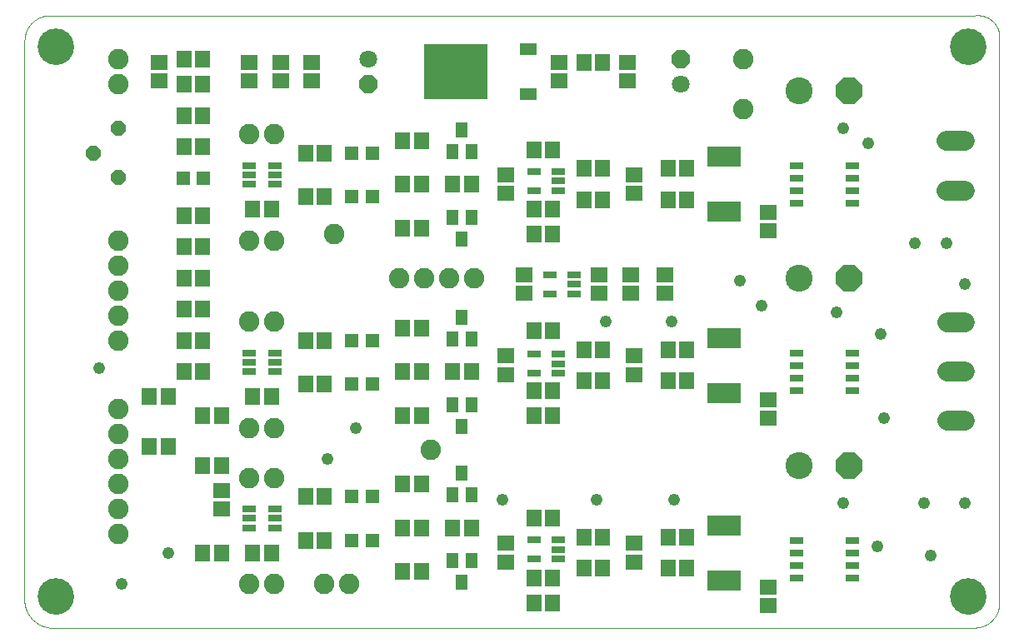
<source format=gts>
G75*
%MOIN*%
%OFA0B0*%
%FSLAX25Y25*%
%IPPOS*%
%LPD*%
%AMOC8*
5,1,8,0,0,1.08239X$1,22.5*
%
%ADD10C,0.00000*%
%ADD11C,0.14580*%
%ADD12R,0.05524X0.05524*%
%ADD13R,0.13398X0.07887*%
%ADD14OC8,0.07100*%
%ADD15C,0.07100*%
%ADD16C,0.07850*%
%ADD17OC8,0.06000*%
%ADD18R,0.05524X0.02965*%
%ADD19R,0.05524X0.03162*%
%ADD20C,0.10800*%
%ADD21OC8,0.10800*%
%ADD22R,0.07099X0.04737*%
%ADD23R,0.25209X0.22060*%
%ADD24C,0.08200*%
%ADD25R,0.05918X0.06706*%
%ADD26R,0.06706X0.05918*%
%ADD27R,0.04737X0.06312*%
%ADD28R,0.05800X0.03000*%
%ADD29C,0.04800*%
D10*
X0031197Y0016379D02*
X0401197Y0016379D01*
X0401439Y0016382D01*
X0401680Y0016391D01*
X0401921Y0016405D01*
X0402162Y0016426D01*
X0402402Y0016452D01*
X0402642Y0016484D01*
X0402881Y0016522D01*
X0403118Y0016565D01*
X0403355Y0016615D01*
X0403590Y0016670D01*
X0403824Y0016730D01*
X0404056Y0016797D01*
X0404287Y0016868D01*
X0404516Y0016946D01*
X0404743Y0017029D01*
X0404968Y0017117D01*
X0405191Y0017211D01*
X0405411Y0017310D01*
X0405629Y0017415D01*
X0405844Y0017524D01*
X0406057Y0017639D01*
X0406267Y0017759D01*
X0406473Y0017884D01*
X0406677Y0018014D01*
X0406878Y0018149D01*
X0407075Y0018289D01*
X0407269Y0018433D01*
X0407459Y0018582D01*
X0407645Y0018736D01*
X0407828Y0018894D01*
X0408007Y0019056D01*
X0408182Y0019223D01*
X0408353Y0019394D01*
X0408520Y0019569D01*
X0408682Y0019748D01*
X0408840Y0019931D01*
X0408994Y0020117D01*
X0409143Y0020307D01*
X0409287Y0020501D01*
X0409427Y0020698D01*
X0409562Y0020899D01*
X0409692Y0021103D01*
X0409817Y0021309D01*
X0409937Y0021519D01*
X0410052Y0021732D01*
X0410161Y0021947D01*
X0410266Y0022165D01*
X0410365Y0022385D01*
X0410459Y0022608D01*
X0410547Y0022833D01*
X0410630Y0023060D01*
X0410708Y0023289D01*
X0410779Y0023520D01*
X0410846Y0023752D01*
X0410906Y0023986D01*
X0410961Y0024221D01*
X0411011Y0024458D01*
X0411054Y0024695D01*
X0411092Y0024934D01*
X0411124Y0025174D01*
X0411150Y0025414D01*
X0411171Y0025655D01*
X0411185Y0025896D01*
X0411194Y0026137D01*
X0411197Y0026379D01*
X0411197Y0253879D01*
X0411164Y0254090D01*
X0411127Y0254300D01*
X0411084Y0254510D01*
X0411036Y0254718D01*
X0410983Y0254925D01*
X0410925Y0255130D01*
X0410862Y0255334D01*
X0410794Y0255537D01*
X0410721Y0255738D01*
X0410644Y0255937D01*
X0410561Y0256134D01*
X0410474Y0256329D01*
X0410383Y0256522D01*
X0410286Y0256712D01*
X0410185Y0256901D01*
X0410080Y0257086D01*
X0409970Y0257270D01*
X0409856Y0257450D01*
X0409737Y0257628D01*
X0409614Y0257802D01*
X0409487Y0257974D01*
X0409356Y0258142D01*
X0409220Y0258308D01*
X0409081Y0258470D01*
X0408938Y0258628D01*
X0408791Y0258784D01*
X0408641Y0258935D01*
X0408487Y0259083D01*
X0408329Y0259227D01*
X0408168Y0259367D01*
X0408003Y0259503D01*
X0407835Y0259636D01*
X0407665Y0259764D01*
X0407491Y0259888D01*
X0407314Y0260008D01*
X0407134Y0260123D01*
X0406952Y0260234D01*
X0406767Y0260341D01*
X0406579Y0260443D01*
X0406389Y0260540D01*
X0406197Y0260633D01*
X0406002Y0260722D01*
X0405805Y0260805D01*
X0405607Y0260884D01*
X0405407Y0260958D01*
X0405204Y0261027D01*
X0405001Y0261091D01*
X0404795Y0261150D01*
X0404589Y0261205D01*
X0404381Y0261254D01*
X0404172Y0261298D01*
X0403962Y0261337D01*
X0403751Y0261371D01*
X0403540Y0261400D01*
X0403327Y0261424D01*
X0403115Y0261443D01*
X0402901Y0261456D01*
X0402688Y0261465D01*
X0402474Y0261468D01*
X0402261Y0261466D01*
X0402047Y0261459D01*
X0401834Y0261447D01*
X0401621Y0261429D01*
X0401409Y0261407D01*
X0401197Y0261379D01*
X0031197Y0261379D01*
X0030955Y0261376D01*
X0030714Y0261367D01*
X0030473Y0261353D01*
X0030232Y0261332D01*
X0029992Y0261306D01*
X0029752Y0261274D01*
X0029513Y0261236D01*
X0029276Y0261193D01*
X0029039Y0261143D01*
X0028804Y0261088D01*
X0028570Y0261028D01*
X0028338Y0260961D01*
X0028107Y0260890D01*
X0027878Y0260812D01*
X0027651Y0260729D01*
X0027426Y0260641D01*
X0027203Y0260547D01*
X0026983Y0260448D01*
X0026765Y0260343D01*
X0026550Y0260234D01*
X0026337Y0260119D01*
X0026127Y0259999D01*
X0025921Y0259874D01*
X0025717Y0259744D01*
X0025516Y0259609D01*
X0025319Y0259469D01*
X0025125Y0259325D01*
X0024935Y0259176D01*
X0024749Y0259022D01*
X0024566Y0258864D01*
X0024387Y0258702D01*
X0024212Y0258535D01*
X0024041Y0258364D01*
X0023874Y0258189D01*
X0023712Y0258010D01*
X0023554Y0257827D01*
X0023400Y0257641D01*
X0023251Y0257451D01*
X0023107Y0257257D01*
X0022967Y0257060D01*
X0022832Y0256859D01*
X0022702Y0256655D01*
X0022577Y0256449D01*
X0022457Y0256239D01*
X0022342Y0256026D01*
X0022233Y0255811D01*
X0022128Y0255593D01*
X0022029Y0255373D01*
X0021935Y0255150D01*
X0021847Y0254925D01*
X0021764Y0254698D01*
X0021686Y0254469D01*
X0021615Y0254238D01*
X0021548Y0254006D01*
X0021488Y0253772D01*
X0021433Y0253537D01*
X0021383Y0253300D01*
X0021340Y0253063D01*
X0021302Y0252824D01*
X0021270Y0252584D01*
X0021244Y0252344D01*
X0021223Y0252103D01*
X0021209Y0251862D01*
X0021200Y0251621D01*
X0021197Y0251379D01*
X0021197Y0028879D01*
X0021170Y0028603D01*
X0021149Y0028325D01*
X0021136Y0028048D01*
X0021129Y0027770D01*
X0021129Y0027492D01*
X0021136Y0027215D01*
X0021149Y0026937D01*
X0021170Y0026660D01*
X0021197Y0026384D01*
X0021231Y0026108D01*
X0021271Y0025833D01*
X0021319Y0025560D01*
X0021373Y0025287D01*
X0021434Y0025016D01*
X0021501Y0024746D01*
X0021575Y0024479D01*
X0021656Y0024213D01*
X0021743Y0023949D01*
X0021836Y0023687D01*
X0021936Y0023428D01*
X0022043Y0023172D01*
X0022155Y0022918D01*
X0022274Y0022666D01*
X0022399Y0022418D01*
X0022530Y0022173D01*
X0022666Y0021932D01*
X0022809Y0021693D01*
X0022958Y0021458D01*
X0023112Y0021227D01*
X0023272Y0021000D01*
X0023437Y0020777D01*
X0023608Y0020558D01*
X0023785Y0020343D01*
X0023966Y0020133D01*
X0024152Y0019927D01*
X0024344Y0019726D01*
X0024540Y0019529D01*
X0024742Y0019338D01*
X0024947Y0019151D01*
X0025158Y0018970D01*
X0025372Y0018793D01*
X0025591Y0018622D01*
X0025814Y0018457D01*
X0026042Y0018297D01*
X0026272Y0018142D01*
X0026507Y0017994D01*
X0026745Y0017851D01*
X0026987Y0017714D01*
X0027232Y0017583D01*
X0027480Y0017458D01*
X0027731Y0017339D01*
X0027985Y0017226D01*
X0028242Y0017120D01*
X0028501Y0017020D01*
X0028763Y0016926D01*
X0029026Y0016839D01*
X0029292Y0016759D01*
X0029560Y0016684D01*
X0029829Y0016617D01*
X0030100Y0016556D01*
X0030373Y0016502D01*
X0030647Y0016454D01*
X0030921Y0016413D01*
X0031197Y0016379D01*
X0026807Y0028879D02*
X0026809Y0029048D01*
X0026815Y0029217D01*
X0026826Y0029386D01*
X0026840Y0029554D01*
X0026859Y0029722D01*
X0026882Y0029890D01*
X0026908Y0030057D01*
X0026939Y0030223D01*
X0026974Y0030389D01*
X0027013Y0030553D01*
X0027057Y0030717D01*
X0027104Y0030879D01*
X0027155Y0031040D01*
X0027210Y0031200D01*
X0027269Y0031359D01*
X0027331Y0031516D01*
X0027398Y0031671D01*
X0027469Y0031825D01*
X0027543Y0031977D01*
X0027621Y0032127D01*
X0027702Y0032275D01*
X0027787Y0032421D01*
X0027876Y0032565D01*
X0027968Y0032707D01*
X0028064Y0032846D01*
X0028163Y0032983D01*
X0028265Y0033118D01*
X0028371Y0033250D01*
X0028480Y0033379D01*
X0028592Y0033506D01*
X0028707Y0033630D01*
X0028825Y0033751D01*
X0028946Y0033869D01*
X0029070Y0033984D01*
X0029197Y0034096D01*
X0029326Y0034205D01*
X0029458Y0034311D01*
X0029593Y0034413D01*
X0029730Y0034512D01*
X0029869Y0034608D01*
X0030011Y0034700D01*
X0030155Y0034789D01*
X0030301Y0034874D01*
X0030449Y0034955D01*
X0030599Y0035033D01*
X0030751Y0035107D01*
X0030905Y0035178D01*
X0031060Y0035245D01*
X0031217Y0035307D01*
X0031376Y0035366D01*
X0031536Y0035421D01*
X0031697Y0035472D01*
X0031859Y0035519D01*
X0032023Y0035563D01*
X0032187Y0035602D01*
X0032353Y0035637D01*
X0032519Y0035668D01*
X0032686Y0035694D01*
X0032854Y0035717D01*
X0033022Y0035736D01*
X0033190Y0035750D01*
X0033359Y0035761D01*
X0033528Y0035767D01*
X0033697Y0035769D01*
X0033866Y0035767D01*
X0034035Y0035761D01*
X0034204Y0035750D01*
X0034372Y0035736D01*
X0034540Y0035717D01*
X0034708Y0035694D01*
X0034875Y0035668D01*
X0035041Y0035637D01*
X0035207Y0035602D01*
X0035371Y0035563D01*
X0035535Y0035519D01*
X0035697Y0035472D01*
X0035858Y0035421D01*
X0036018Y0035366D01*
X0036177Y0035307D01*
X0036334Y0035245D01*
X0036489Y0035178D01*
X0036643Y0035107D01*
X0036795Y0035033D01*
X0036945Y0034955D01*
X0037093Y0034874D01*
X0037239Y0034789D01*
X0037383Y0034700D01*
X0037525Y0034608D01*
X0037664Y0034512D01*
X0037801Y0034413D01*
X0037936Y0034311D01*
X0038068Y0034205D01*
X0038197Y0034096D01*
X0038324Y0033984D01*
X0038448Y0033869D01*
X0038569Y0033751D01*
X0038687Y0033630D01*
X0038802Y0033506D01*
X0038914Y0033379D01*
X0039023Y0033250D01*
X0039129Y0033118D01*
X0039231Y0032983D01*
X0039330Y0032846D01*
X0039426Y0032707D01*
X0039518Y0032565D01*
X0039607Y0032421D01*
X0039692Y0032275D01*
X0039773Y0032127D01*
X0039851Y0031977D01*
X0039925Y0031825D01*
X0039996Y0031671D01*
X0040063Y0031516D01*
X0040125Y0031359D01*
X0040184Y0031200D01*
X0040239Y0031040D01*
X0040290Y0030879D01*
X0040337Y0030717D01*
X0040381Y0030553D01*
X0040420Y0030389D01*
X0040455Y0030223D01*
X0040486Y0030057D01*
X0040512Y0029890D01*
X0040535Y0029722D01*
X0040554Y0029554D01*
X0040568Y0029386D01*
X0040579Y0029217D01*
X0040585Y0029048D01*
X0040587Y0028879D01*
X0040585Y0028710D01*
X0040579Y0028541D01*
X0040568Y0028372D01*
X0040554Y0028204D01*
X0040535Y0028036D01*
X0040512Y0027868D01*
X0040486Y0027701D01*
X0040455Y0027535D01*
X0040420Y0027369D01*
X0040381Y0027205D01*
X0040337Y0027041D01*
X0040290Y0026879D01*
X0040239Y0026718D01*
X0040184Y0026558D01*
X0040125Y0026399D01*
X0040063Y0026242D01*
X0039996Y0026087D01*
X0039925Y0025933D01*
X0039851Y0025781D01*
X0039773Y0025631D01*
X0039692Y0025483D01*
X0039607Y0025337D01*
X0039518Y0025193D01*
X0039426Y0025051D01*
X0039330Y0024912D01*
X0039231Y0024775D01*
X0039129Y0024640D01*
X0039023Y0024508D01*
X0038914Y0024379D01*
X0038802Y0024252D01*
X0038687Y0024128D01*
X0038569Y0024007D01*
X0038448Y0023889D01*
X0038324Y0023774D01*
X0038197Y0023662D01*
X0038068Y0023553D01*
X0037936Y0023447D01*
X0037801Y0023345D01*
X0037664Y0023246D01*
X0037525Y0023150D01*
X0037383Y0023058D01*
X0037239Y0022969D01*
X0037093Y0022884D01*
X0036945Y0022803D01*
X0036795Y0022725D01*
X0036643Y0022651D01*
X0036489Y0022580D01*
X0036334Y0022513D01*
X0036177Y0022451D01*
X0036018Y0022392D01*
X0035858Y0022337D01*
X0035697Y0022286D01*
X0035535Y0022239D01*
X0035371Y0022195D01*
X0035207Y0022156D01*
X0035041Y0022121D01*
X0034875Y0022090D01*
X0034708Y0022064D01*
X0034540Y0022041D01*
X0034372Y0022022D01*
X0034204Y0022008D01*
X0034035Y0021997D01*
X0033866Y0021991D01*
X0033697Y0021989D01*
X0033528Y0021991D01*
X0033359Y0021997D01*
X0033190Y0022008D01*
X0033022Y0022022D01*
X0032854Y0022041D01*
X0032686Y0022064D01*
X0032519Y0022090D01*
X0032353Y0022121D01*
X0032187Y0022156D01*
X0032023Y0022195D01*
X0031859Y0022239D01*
X0031697Y0022286D01*
X0031536Y0022337D01*
X0031376Y0022392D01*
X0031217Y0022451D01*
X0031060Y0022513D01*
X0030905Y0022580D01*
X0030751Y0022651D01*
X0030599Y0022725D01*
X0030449Y0022803D01*
X0030301Y0022884D01*
X0030155Y0022969D01*
X0030011Y0023058D01*
X0029869Y0023150D01*
X0029730Y0023246D01*
X0029593Y0023345D01*
X0029458Y0023447D01*
X0029326Y0023553D01*
X0029197Y0023662D01*
X0029070Y0023774D01*
X0028946Y0023889D01*
X0028825Y0024007D01*
X0028707Y0024128D01*
X0028592Y0024252D01*
X0028480Y0024379D01*
X0028371Y0024508D01*
X0028265Y0024640D01*
X0028163Y0024775D01*
X0028064Y0024912D01*
X0027968Y0025051D01*
X0027876Y0025193D01*
X0027787Y0025337D01*
X0027702Y0025483D01*
X0027621Y0025631D01*
X0027543Y0025781D01*
X0027469Y0025933D01*
X0027398Y0026087D01*
X0027331Y0026242D01*
X0027269Y0026399D01*
X0027210Y0026558D01*
X0027155Y0026718D01*
X0027104Y0026879D01*
X0027057Y0027041D01*
X0027013Y0027205D01*
X0026974Y0027369D01*
X0026939Y0027535D01*
X0026908Y0027701D01*
X0026882Y0027868D01*
X0026859Y0028036D01*
X0026840Y0028204D01*
X0026826Y0028372D01*
X0026815Y0028541D01*
X0026809Y0028710D01*
X0026807Y0028879D01*
X0026807Y0248879D02*
X0026809Y0249048D01*
X0026815Y0249217D01*
X0026826Y0249386D01*
X0026840Y0249554D01*
X0026859Y0249722D01*
X0026882Y0249890D01*
X0026908Y0250057D01*
X0026939Y0250223D01*
X0026974Y0250389D01*
X0027013Y0250553D01*
X0027057Y0250717D01*
X0027104Y0250879D01*
X0027155Y0251040D01*
X0027210Y0251200D01*
X0027269Y0251359D01*
X0027331Y0251516D01*
X0027398Y0251671D01*
X0027469Y0251825D01*
X0027543Y0251977D01*
X0027621Y0252127D01*
X0027702Y0252275D01*
X0027787Y0252421D01*
X0027876Y0252565D01*
X0027968Y0252707D01*
X0028064Y0252846D01*
X0028163Y0252983D01*
X0028265Y0253118D01*
X0028371Y0253250D01*
X0028480Y0253379D01*
X0028592Y0253506D01*
X0028707Y0253630D01*
X0028825Y0253751D01*
X0028946Y0253869D01*
X0029070Y0253984D01*
X0029197Y0254096D01*
X0029326Y0254205D01*
X0029458Y0254311D01*
X0029593Y0254413D01*
X0029730Y0254512D01*
X0029869Y0254608D01*
X0030011Y0254700D01*
X0030155Y0254789D01*
X0030301Y0254874D01*
X0030449Y0254955D01*
X0030599Y0255033D01*
X0030751Y0255107D01*
X0030905Y0255178D01*
X0031060Y0255245D01*
X0031217Y0255307D01*
X0031376Y0255366D01*
X0031536Y0255421D01*
X0031697Y0255472D01*
X0031859Y0255519D01*
X0032023Y0255563D01*
X0032187Y0255602D01*
X0032353Y0255637D01*
X0032519Y0255668D01*
X0032686Y0255694D01*
X0032854Y0255717D01*
X0033022Y0255736D01*
X0033190Y0255750D01*
X0033359Y0255761D01*
X0033528Y0255767D01*
X0033697Y0255769D01*
X0033866Y0255767D01*
X0034035Y0255761D01*
X0034204Y0255750D01*
X0034372Y0255736D01*
X0034540Y0255717D01*
X0034708Y0255694D01*
X0034875Y0255668D01*
X0035041Y0255637D01*
X0035207Y0255602D01*
X0035371Y0255563D01*
X0035535Y0255519D01*
X0035697Y0255472D01*
X0035858Y0255421D01*
X0036018Y0255366D01*
X0036177Y0255307D01*
X0036334Y0255245D01*
X0036489Y0255178D01*
X0036643Y0255107D01*
X0036795Y0255033D01*
X0036945Y0254955D01*
X0037093Y0254874D01*
X0037239Y0254789D01*
X0037383Y0254700D01*
X0037525Y0254608D01*
X0037664Y0254512D01*
X0037801Y0254413D01*
X0037936Y0254311D01*
X0038068Y0254205D01*
X0038197Y0254096D01*
X0038324Y0253984D01*
X0038448Y0253869D01*
X0038569Y0253751D01*
X0038687Y0253630D01*
X0038802Y0253506D01*
X0038914Y0253379D01*
X0039023Y0253250D01*
X0039129Y0253118D01*
X0039231Y0252983D01*
X0039330Y0252846D01*
X0039426Y0252707D01*
X0039518Y0252565D01*
X0039607Y0252421D01*
X0039692Y0252275D01*
X0039773Y0252127D01*
X0039851Y0251977D01*
X0039925Y0251825D01*
X0039996Y0251671D01*
X0040063Y0251516D01*
X0040125Y0251359D01*
X0040184Y0251200D01*
X0040239Y0251040D01*
X0040290Y0250879D01*
X0040337Y0250717D01*
X0040381Y0250553D01*
X0040420Y0250389D01*
X0040455Y0250223D01*
X0040486Y0250057D01*
X0040512Y0249890D01*
X0040535Y0249722D01*
X0040554Y0249554D01*
X0040568Y0249386D01*
X0040579Y0249217D01*
X0040585Y0249048D01*
X0040587Y0248879D01*
X0040585Y0248710D01*
X0040579Y0248541D01*
X0040568Y0248372D01*
X0040554Y0248204D01*
X0040535Y0248036D01*
X0040512Y0247868D01*
X0040486Y0247701D01*
X0040455Y0247535D01*
X0040420Y0247369D01*
X0040381Y0247205D01*
X0040337Y0247041D01*
X0040290Y0246879D01*
X0040239Y0246718D01*
X0040184Y0246558D01*
X0040125Y0246399D01*
X0040063Y0246242D01*
X0039996Y0246087D01*
X0039925Y0245933D01*
X0039851Y0245781D01*
X0039773Y0245631D01*
X0039692Y0245483D01*
X0039607Y0245337D01*
X0039518Y0245193D01*
X0039426Y0245051D01*
X0039330Y0244912D01*
X0039231Y0244775D01*
X0039129Y0244640D01*
X0039023Y0244508D01*
X0038914Y0244379D01*
X0038802Y0244252D01*
X0038687Y0244128D01*
X0038569Y0244007D01*
X0038448Y0243889D01*
X0038324Y0243774D01*
X0038197Y0243662D01*
X0038068Y0243553D01*
X0037936Y0243447D01*
X0037801Y0243345D01*
X0037664Y0243246D01*
X0037525Y0243150D01*
X0037383Y0243058D01*
X0037239Y0242969D01*
X0037093Y0242884D01*
X0036945Y0242803D01*
X0036795Y0242725D01*
X0036643Y0242651D01*
X0036489Y0242580D01*
X0036334Y0242513D01*
X0036177Y0242451D01*
X0036018Y0242392D01*
X0035858Y0242337D01*
X0035697Y0242286D01*
X0035535Y0242239D01*
X0035371Y0242195D01*
X0035207Y0242156D01*
X0035041Y0242121D01*
X0034875Y0242090D01*
X0034708Y0242064D01*
X0034540Y0242041D01*
X0034372Y0242022D01*
X0034204Y0242008D01*
X0034035Y0241997D01*
X0033866Y0241991D01*
X0033697Y0241989D01*
X0033528Y0241991D01*
X0033359Y0241997D01*
X0033190Y0242008D01*
X0033022Y0242022D01*
X0032854Y0242041D01*
X0032686Y0242064D01*
X0032519Y0242090D01*
X0032353Y0242121D01*
X0032187Y0242156D01*
X0032023Y0242195D01*
X0031859Y0242239D01*
X0031697Y0242286D01*
X0031536Y0242337D01*
X0031376Y0242392D01*
X0031217Y0242451D01*
X0031060Y0242513D01*
X0030905Y0242580D01*
X0030751Y0242651D01*
X0030599Y0242725D01*
X0030449Y0242803D01*
X0030301Y0242884D01*
X0030155Y0242969D01*
X0030011Y0243058D01*
X0029869Y0243150D01*
X0029730Y0243246D01*
X0029593Y0243345D01*
X0029458Y0243447D01*
X0029326Y0243553D01*
X0029197Y0243662D01*
X0029070Y0243774D01*
X0028946Y0243889D01*
X0028825Y0244007D01*
X0028707Y0244128D01*
X0028592Y0244252D01*
X0028480Y0244379D01*
X0028371Y0244508D01*
X0028265Y0244640D01*
X0028163Y0244775D01*
X0028064Y0244912D01*
X0027968Y0245051D01*
X0027876Y0245193D01*
X0027787Y0245337D01*
X0027702Y0245483D01*
X0027621Y0245631D01*
X0027543Y0245781D01*
X0027469Y0245933D01*
X0027398Y0246087D01*
X0027331Y0246242D01*
X0027269Y0246399D01*
X0027210Y0246558D01*
X0027155Y0246718D01*
X0027104Y0246879D01*
X0027057Y0247041D01*
X0027013Y0247205D01*
X0026974Y0247369D01*
X0026939Y0247535D01*
X0026908Y0247701D01*
X0026882Y0247868D01*
X0026859Y0248036D01*
X0026840Y0248204D01*
X0026826Y0248372D01*
X0026815Y0248541D01*
X0026809Y0248710D01*
X0026807Y0248879D01*
X0391807Y0248879D02*
X0391809Y0249048D01*
X0391815Y0249217D01*
X0391826Y0249386D01*
X0391840Y0249554D01*
X0391859Y0249722D01*
X0391882Y0249890D01*
X0391908Y0250057D01*
X0391939Y0250223D01*
X0391974Y0250389D01*
X0392013Y0250553D01*
X0392057Y0250717D01*
X0392104Y0250879D01*
X0392155Y0251040D01*
X0392210Y0251200D01*
X0392269Y0251359D01*
X0392331Y0251516D01*
X0392398Y0251671D01*
X0392469Y0251825D01*
X0392543Y0251977D01*
X0392621Y0252127D01*
X0392702Y0252275D01*
X0392787Y0252421D01*
X0392876Y0252565D01*
X0392968Y0252707D01*
X0393064Y0252846D01*
X0393163Y0252983D01*
X0393265Y0253118D01*
X0393371Y0253250D01*
X0393480Y0253379D01*
X0393592Y0253506D01*
X0393707Y0253630D01*
X0393825Y0253751D01*
X0393946Y0253869D01*
X0394070Y0253984D01*
X0394197Y0254096D01*
X0394326Y0254205D01*
X0394458Y0254311D01*
X0394593Y0254413D01*
X0394730Y0254512D01*
X0394869Y0254608D01*
X0395011Y0254700D01*
X0395155Y0254789D01*
X0395301Y0254874D01*
X0395449Y0254955D01*
X0395599Y0255033D01*
X0395751Y0255107D01*
X0395905Y0255178D01*
X0396060Y0255245D01*
X0396217Y0255307D01*
X0396376Y0255366D01*
X0396536Y0255421D01*
X0396697Y0255472D01*
X0396859Y0255519D01*
X0397023Y0255563D01*
X0397187Y0255602D01*
X0397353Y0255637D01*
X0397519Y0255668D01*
X0397686Y0255694D01*
X0397854Y0255717D01*
X0398022Y0255736D01*
X0398190Y0255750D01*
X0398359Y0255761D01*
X0398528Y0255767D01*
X0398697Y0255769D01*
X0398866Y0255767D01*
X0399035Y0255761D01*
X0399204Y0255750D01*
X0399372Y0255736D01*
X0399540Y0255717D01*
X0399708Y0255694D01*
X0399875Y0255668D01*
X0400041Y0255637D01*
X0400207Y0255602D01*
X0400371Y0255563D01*
X0400535Y0255519D01*
X0400697Y0255472D01*
X0400858Y0255421D01*
X0401018Y0255366D01*
X0401177Y0255307D01*
X0401334Y0255245D01*
X0401489Y0255178D01*
X0401643Y0255107D01*
X0401795Y0255033D01*
X0401945Y0254955D01*
X0402093Y0254874D01*
X0402239Y0254789D01*
X0402383Y0254700D01*
X0402525Y0254608D01*
X0402664Y0254512D01*
X0402801Y0254413D01*
X0402936Y0254311D01*
X0403068Y0254205D01*
X0403197Y0254096D01*
X0403324Y0253984D01*
X0403448Y0253869D01*
X0403569Y0253751D01*
X0403687Y0253630D01*
X0403802Y0253506D01*
X0403914Y0253379D01*
X0404023Y0253250D01*
X0404129Y0253118D01*
X0404231Y0252983D01*
X0404330Y0252846D01*
X0404426Y0252707D01*
X0404518Y0252565D01*
X0404607Y0252421D01*
X0404692Y0252275D01*
X0404773Y0252127D01*
X0404851Y0251977D01*
X0404925Y0251825D01*
X0404996Y0251671D01*
X0405063Y0251516D01*
X0405125Y0251359D01*
X0405184Y0251200D01*
X0405239Y0251040D01*
X0405290Y0250879D01*
X0405337Y0250717D01*
X0405381Y0250553D01*
X0405420Y0250389D01*
X0405455Y0250223D01*
X0405486Y0250057D01*
X0405512Y0249890D01*
X0405535Y0249722D01*
X0405554Y0249554D01*
X0405568Y0249386D01*
X0405579Y0249217D01*
X0405585Y0249048D01*
X0405587Y0248879D01*
X0405585Y0248710D01*
X0405579Y0248541D01*
X0405568Y0248372D01*
X0405554Y0248204D01*
X0405535Y0248036D01*
X0405512Y0247868D01*
X0405486Y0247701D01*
X0405455Y0247535D01*
X0405420Y0247369D01*
X0405381Y0247205D01*
X0405337Y0247041D01*
X0405290Y0246879D01*
X0405239Y0246718D01*
X0405184Y0246558D01*
X0405125Y0246399D01*
X0405063Y0246242D01*
X0404996Y0246087D01*
X0404925Y0245933D01*
X0404851Y0245781D01*
X0404773Y0245631D01*
X0404692Y0245483D01*
X0404607Y0245337D01*
X0404518Y0245193D01*
X0404426Y0245051D01*
X0404330Y0244912D01*
X0404231Y0244775D01*
X0404129Y0244640D01*
X0404023Y0244508D01*
X0403914Y0244379D01*
X0403802Y0244252D01*
X0403687Y0244128D01*
X0403569Y0244007D01*
X0403448Y0243889D01*
X0403324Y0243774D01*
X0403197Y0243662D01*
X0403068Y0243553D01*
X0402936Y0243447D01*
X0402801Y0243345D01*
X0402664Y0243246D01*
X0402525Y0243150D01*
X0402383Y0243058D01*
X0402239Y0242969D01*
X0402093Y0242884D01*
X0401945Y0242803D01*
X0401795Y0242725D01*
X0401643Y0242651D01*
X0401489Y0242580D01*
X0401334Y0242513D01*
X0401177Y0242451D01*
X0401018Y0242392D01*
X0400858Y0242337D01*
X0400697Y0242286D01*
X0400535Y0242239D01*
X0400371Y0242195D01*
X0400207Y0242156D01*
X0400041Y0242121D01*
X0399875Y0242090D01*
X0399708Y0242064D01*
X0399540Y0242041D01*
X0399372Y0242022D01*
X0399204Y0242008D01*
X0399035Y0241997D01*
X0398866Y0241991D01*
X0398697Y0241989D01*
X0398528Y0241991D01*
X0398359Y0241997D01*
X0398190Y0242008D01*
X0398022Y0242022D01*
X0397854Y0242041D01*
X0397686Y0242064D01*
X0397519Y0242090D01*
X0397353Y0242121D01*
X0397187Y0242156D01*
X0397023Y0242195D01*
X0396859Y0242239D01*
X0396697Y0242286D01*
X0396536Y0242337D01*
X0396376Y0242392D01*
X0396217Y0242451D01*
X0396060Y0242513D01*
X0395905Y0242580D01*
X0395751Y0242651D01*
X0395599Y0242725D01*
X0395449Y0242803D01*
X0395301Y0242884D01*
X0395155Y0242969D01*
X0395011Y0243058D01*
X0394869Y0243150D01*
X0394730Y0243246D01*
X0394593Y0243345D01*
X0394458Y0243447D01*
X0394326Y0243553D01*
X0394197Y0243662D01*
X0394070Y0243774D01*
X0393946Y0243889D01*
X0393825Y0244007D01*
X0393707Y0244128D01*
X0393592Y0244252D01*
X0393480Y0244379D01*
X0393371Y0244508D01*
X0393265Y0244640D01*
X0393163Y0244775D01*
X0393064Y0244912D01*
X0392968Y0245051D01*
X0392876Y0245193D01*
X0392787Y0245337D01*
X0392702Y0245483D01*
X0392621Y0245631D01*
X0392543Y0245781D01*
X0392469Y0245933D01*
X0392398Y0246087D01*
X0392331Y0246242D01*
X0392269Y0246399D01*
X0392210Y0246558D01*
X0392155Y0246718D01*
X0392104Y0246879D01*
X0392057Y0247041D01*
X0392013Y0247205D01*
X0391974Y0247369D01*
X0391939Y0247535D01*
X0391908Y0247701D01*
X0391882Y0247868D01*
X0391859Y0248036D01*
X0391840Y0248204D01*
X0391826Y0248372D01*
X0391815Y0248541D01*
X0391809Y0248710D01*
X0391807Y0248879D01*
X0391807Y0028879D02*
X0391809Y0029048D01*
X0391815Y0029217D01*
X0391826Y0029386D01*
X0391840Y0029554D01*
X0391859Y0029722D01*
X0391882Y0029890D01*
X0391908Y0030057D01*
X0391939Y0030223D01*
X0391974Y0030389D01*
X0392013Y0030553D01*
X0392057Y0030717D01*
X0392104Y0030879D01*
X0392155Y0031040D01*
X0392210Y0031200D01*
X0392269Y0031359D01*
X0392331Y0031516D01*
X0392398Y0031671D01*
X0392469Y0031825D01*
X0392543Y0031977D01*
X0392621Y0032127D01*
X0392702Y0032275D01*
X0392787Y0032421D01*
X0392876Y0032565D01*
X0392968Y0032707D01*
X0393064Y0032846D01*
X0393163Y0032983D01*
X0393265Y0033118D01*
X0393371Y0033250D01*
X0393480Y0033379D01*
X0393592Y0033506D01*
X0393707Y0033630D01*
X0393825Y0033751D01*
X0393946Y0033869D01*
X0394070Y0033984D01*
X0394197Y0034096D01*
X0394326Y0034205D01*
X0394458Y0034311D01*
X0394593Y0034413D01*
X0394730Y0034512D01*
X0394869Y0034608D01*
X0395011Y0034700D01*
X0395155Y0034789D01*
X0395301Y0034874D01*
X0395449Y0034955D01*
X0395599Y0035033D01*
X0395751Y0035107D01*
X0395905Y0035178D01*
X0396060Y0035245D01*
X0396217Y0035307D01*
X0396376Y0035366D01*
X0396536Y0035421D01*
X0396697Y0035472D01*
X0396859Y0035519D01*
X0397023Y0035563D01*
X0397187Y0035602D01*
X0397353Y0035637D01*
X0397519Y0035668D01*
X0397686Y0035694D01*
X0397854Y0035717D01*
X0398022Y0035736D01*
X0398190Y0035750D01*
X0398359Y0035761D01*
X0398528Y0035767D01*
X0398697Y0035769D01*
X0398866Y0035767D01*
X0399035Y0035761D01*
X0399204Y0035750D01*
X0399372Y0035736D01*
X0399540Y0035717D01*
X0399708Y0035694D01*
X0399875Y0035668D01*
X0400041Y0035637D01*
X0400207Y0035602D01*
X0400371Y0035563D01*
X0400535Y0035519D01*
X0400697Y0035472D01*
X0400858Y0035421D01*
X0401018Y0035366D01*
X0401177Y0035307D01*
X0401334Y0035245D01*
X0401489Y0035178D01*
X0401643Y0035107D01*
X0401795Y0035033D01*
X0401945Y0034955D01*
X0402093Y0034874D01*
X0402239Y0034789D01*
X0402383Y0034700D01*
X0402525Y0034608D01*
X0402664Y0034512D01*
X0402801Y0034413D01*
X0402936Y0034311D01*
X0403068Y0034205D01*
X0403197Y0034096D01*
X0403324Y0033984D01*
X0403448Y0033869D01*
X0403569Y0033751D01*
X0403687Y0033630D01*
X0403802Y0033506D01*
X0403914Y0033379D01*
X0404023Y0033250D01*
X0404129Y0033118D01*
X0404231Y0032983D01*
X0404330Y0032846D01*
X0404426Y0032707D01*
X0404518Y0032565D01*
X0404607Y0032421D01*
X0404692Y0032275D01*
X0404773Y0032127D01*
X0404851Y0031977D01*
X0404925Y0031825D01*
X0404996Y0031671D01*
X0405063Y0031516D01*
X0405125Y0031359D01*
X0405184Y0031200D01*
X0405239Y0031040D01*
X0405290Y0030879D01*
X0405337Y0030717D01*
X0405381Y0030553D01*
X0405420Y0030389D01*
X0405455Y0030223D01*
X0405486Y0030057D01*
X0405512Y0029890D01*
X0405535Y0029722D01*
X0405554Y0029554D01*
X0405568Y0029386D01*
X0405579Y0029217D01*
X0405585Y0029048D01*
X0405587Y0028879D01*
X0405585Y0028710D01*
X0405579Y0028541D01*
X0405568Y0028372D01*
X0405554Y0028204D01*
X0405535Y0028036D01*
X0405512Y0027868D01*
X0405486Y0027701D01*
X0405455Y0027535D01*
X0405420Y0027369D01*
X0405381Y0027205D01*
X0405337Y0027041D01*
X0405290Y0026879D01*
X0405239Y0026718D01*
X0405184Y0026558D01*
X0405125Y0026399D01*
X0405063Y0026242D01*
X0404996Y0026087D01*
X0404925Y0025933D01*
X0404851Y0025781D01*
X0404773Y0025631D01*
X0404692Y0025483D01*
X0404607Y0025337D01*
X0404518Y0025193D01*
X0404426Y0025051D01*
X0404330Y0024912D01*
X0404231Y0024775D01*
X0404129Y0024640D01*
X0404023Y0024508D01*
X0403914Y0024379D01*
X0403802Y0024252D01*
X0403687Y0024128D01*
X0403569Y0024007D01*
X0403448Y0023889D01*
X0403324Y0023774D01*
X0403197Y0023662D01*
X0403068Y0023553D01*
X0402936Y0023447D01*
X0402801Y0023345D01*
X0402664Y0023246D01*
X0402525Y0023150D01*
X0402383Y0023058D01*
X0402239Y0022969D01*
X0402093Y0022884D01*
X0401945Y0022803D01*
X0401795Y0022725D01*
X0401643Y0022651D01*
X0401489Y0022580D01*
X0401334Y0022513D01*
X0401177Y0022451D01*
X0401018Y0022392D01*
X0400858Y0022337D01*
X0400697Y0022286D01*
X0400535Y0022239D01*
X0400371Y0022195D01*
X0400207Y0022156D01*
X0400041Y0022121D01*
X0399875Y0022090D01*
X0399708Y0022064D01*
X0399540Y0022041D01*
X0399372Y0022022D01*
X0399204Y0022008D01*
X0399035Y0021997D01*
X0398866Y0021991D01*
X0398697Y0021989D01*
X0398528Y0021991D01*
X0398359Y0021997D01*
X0398190Y0022008D01*
X0398022Y0022022D01*
X0397854Y0022041D01*
X0397686Y0022064D01*
X0397519Y0022090D01*
X0397353Y0022121D01*
X0397187Y0022156D01*
X0397023Y0022195D01*
X0396859Y0022239D01*
X0396697Y0022286D01*
X0396536Y0022337D01*
X0396376Y0022392D01*
X0396217Y0022451D01*
X0396060Y0022513D01*
X0395905Y0022580D01*
X0395751Y0022651D01*
X0395599Y0022725D01*
X0395449Y0022803D01*
X0395301Y0022884D01*
X0395155Y0022969D01*
X0395011Y0023058D01*
X0394869Y0023150D01*
X0394730Y0023246D01*
X0394593Y0023345D01*
X0394458Y0023447D01*
X0394326Y0023553D01*
X0394197Y0023662D01*
X0394070Y0023774D01*
X0393946Y0023889D01*
X0393825Y0024007D01*
X0393707Y0024128D01*
X0393592Y0024252D01*
X0393480Y0024379D01*
X0393371Y0024508D01*
X0393265Y0024640D01*
X0393163Y0024775D01*
X0393064Y0024912D01*
X0392968Y0025051D01*
X0392876Y0025193D01*
X0392787Y0025337D01*
X0392702Y0025483D01*
X0392621Y0025631D01*
X0392543Y0025781D01*
X0392469Y0025933D01*
X0392398Y0026087D01*
X0392331Y0026242D01*
X0392269Y0026399D01*
X0392210Y0026558D01*
X0392155Y0026718D01*
X0392104Y0026879D01*
X0392057Y0027041D01*
X0392013Y0027205D01*
X0391974Y0027369D01*
X0391939Y0027535D01*
X0391908Y0027701D01*
X0391882Y0027868D01*
X0391859Y0028036D01*
X0391840Y0028204D01*
X0391826Y0028372D01*
X0391815Y0028541D01*
X0391809Y0028710D01*
X0391807Y0028879D01*
D11*
X0398697Y0028879D03*
X0398697Y0248879D03*
X0033697Y0248879D03*
X0033697Y0028879D03*
D12*
X0152063Y0051379D03*
X0160331Y0051379D03*
X0160331Y0068879D03*
X0152063Y0068879D03*
X0152063Y0113879D03*
X0160331Y0113879D03*
X0160331Y0131379D03*
X0152063Y0131379D03*
X0152063Y0188879D03*
X0160331Y0188879D03*
X0160331Y0206379D03*
X0152063Y0206379D03*
X0092831Y0196379D03*
X0084563Y0196379D03*
D13*
X0301197Y0204903D03*
X0301197Y0182856D03*
X0301197Y0132403D03*
X0301197Y0110356D03*
X0301197Y0057403D03*
X0301197Y0035356D03*
D14*
X0158697Y0233879D03*
X0283614Y0243801D03*
D15*
X0283614Y0233801D03*
X0158697Y0243879D03*
D16*
X0390172Y0211379D02*
X0397222Y0211379D01*
X0397222Y0191379D02*
X0390172Y0191379D01*
X0390251Y0138564D02*
X0397301Y0138564D01*
X0397301Y0118879D02*
X0390251Y0118879D01*
X0390251Y0099194D02*
X0397301Y0099194D01*
D17*
X0058697Y0196479D03*
X0048697Y0206379D03*
X0058697Y0216279D03*
D18*
X0111078Y0201369D03*
X0111078Y0197629D03*
X0111078Y0193889D03*
X0121315Y0193889D03*
X0121315Y0197629D03*
X0121315Y0201369D03*
X0121315Y0126369D03*
X0121315Y0122629D03*
X0121315Y0118889D03*
X0111078Y0118889D03*
X0111078Y0122629D03*
X0111078Y0126369D03*
X0111078Y0063869D03*
X0111078Y0060129D03*
X0111078Y0056389D03*
X0121315Y0056389D03*
X0121315Y0060129D03*
X0121315Y0063869D03*
D19*
X0330173Y0051379D03*
X0330173Y0046379D03*
X0330173Y0041379D03*
X0330173Y0036379D03*
X0352220Y0036379D03*
X0352220Y0041379D03*
X0352220Y0046379D03*
X0352220Y0051379D03*
X0352220Y0111379D03*
X0352220Y0116379D03*
X0352220Y0121379D03*
X0352220Y0126379D03*
X0330173Y0126379D03*
X0330173Y0121379D03*
X0330173Y0116379D03*
X0330173Y0111379D03*
X0330173Y0186379D03*
X0330173Y0191379D03*
X0330173Y0196379D03*
X0330173Y0201379D03*
X0352220Y0201379D03*
X0352220Y0196379D03*
X0352220Y0191379D03*
X0352220Y0186379D03*
D20*
X0331197Y0156379D03*
X0331197Y0081379D03*
X0331197Y0231379D03*
D21*
X0351197Y0231379D03*
X0351197Y0156379D03*
X0351197Y0081379D03*
D22*
X0222594Y0229903D03*
X0222594Y0247856D03*
D23*
X0193854Y0238879D03*
D24*
X0121197Y0213879D03*
X0111197Y0213879D03*
X0058697Y0233879D03*
X0058697Y0243879D03*
X0058697Y0171379D03*
X0058697Y0161379D03*
X0058697Y0151379D03*
X0058697Y0141379D03*
X0058697Y0131379D03*
X0058697Y0103879D03*
X0058697Y0093879D03*
X0058697Y0083879D03*
X0058697Y0073879D03*
X0058697Y0063879D03*
X0058697Y0053879D03*
X0111197Y0033879D03*
X0121197Y0033879D03*
X0141197Y0033879D03*
X0151197Y0033879D03*
X0121197Y0076379D03*
X0111197Y0076379D03*
X0111197Y0096379D03*
X0121197Y0096379D03*
X0121197Y0138879D03*
X0111197Y0138879D03*
X0111197Y0171379D03*
X0121197Y0171379D03*
X0144947Y0173879D03*
X0171197Y0156379D03*
X0181197Y0156379D03*
X0191197Y0156379D03*
X0201197Y0156379D03*
X0183697Y0087629D03*
X0308697Y0223879D03*
X0308697Y0243879D03*
D25*
X0252437Y0242629D03*
X0244957Y0242629D03*
X0232437Y0207629D03*
X0224957Y0207629D03*
X0244957Y0200129D03*
X0252437Y0200129D03*
X0252437Y0187629D03*
X0244957Y0187629D03*
X0232437Y0183879D03*
X0224957Y0183879D03*
X0224957Y0173879D03*
X0232437Y0173879D03*
X0199937Y0193879D03*
X0192457Y0193879D03*
X0179937Y0193879D03*
X0172457Y0193879D03*
X0172457Y0176379D03*
X0179937Y0176379D03*
X0141187Y0188879D03*
X0133707Y0188879D03*
X0119937Y0183879D03*
X0112457Y0183879D03*
X0092437Y0181379D03*
X0084957Y0181379D03*
X0084957Y0168879D03*
X0092437Y0168879D03*
X0092437Y0156379D03*
X0084957Y0156379D03*
X0084957Y0143879D03*
X0092437Y0143879D03*
X0092437Y0131379D03*
X0084957Y0131379D03*
X0084957Y0118879D03*
X0092437Y0118879D03*
X0078687Y0108879D03*
X0071207Y0108879D03*
X0092457Y0101379D03*
X0099937Y0101379D03*
X0112457Y0108879D03*
X0119937Y0108879D03*
X0133707Y0113879D03*
X0141187Y0113879D03*
X0141187Y0131379D03*
X0133707Y0131379D03*
X0172457Y0136379D03*
X0179937Y0136379D03*
X0179937Y0118879D03*
X0172457Y0118879D03*
X0192457Y0118879D03*
X0199937Y0118879D03*
X0224957Y0111379D03*
X0232437Y0111379D03*
X0244957Y0115129D03*
X0252437Y0115129D03*
X0252437Y0127629D03*
X0244957Y0127629D03*
X0232437Y0135129D03*
X0224957Y0135129D03*
X0224957Y0101379D03*
X0232437Y0101379D03*
X0278707Y0115129D03*
X0286187Y0115129D03*
X0286187Y0127629D03*
X0278707Y0127629D03*
X0278707Y0187629D03*
X0286187Y0187629D03*
X0286187Y0200129D03*
X0278707Y0200129D03*
X0179937Y0211379D03*
X0172457Y0211379D03*
X0141187Y0206379D03*
X0133707Y0206379D03*
X0092437Y0208879D03*
X0084957Y0208879D03*
X0084957Y0221379D03*
X0092437Y0221379D03*
X0092437Y0233879D03*
X0084957Y0233879D03*
X0084957Y0243879D03*
X0092437Y0243879D03*
X0172457Y0101379D03*
X0179937Y0101379D03*
X0179937Y0073879D03*
X0172457Y0073879D03*
X0172457Y0056379D03*
X0179937Y0056379D03*
X0192457Y0056379D03*
X0199937Y0056379D03*
X0224957Y0060129D03*
X0232437Y0060129D03*
X0244957Y0052629D03*
X0252437Y0052629D03*
X0252437Y0040129D03*
X0244957Y0040129D03*
X0232437Y0036379D03*
X0224957Y0036379D03*
X0224957Y0026379D03*
X0232437Y0026379D03*
X0278707Y0040129D03*
X0286187Y0040129D03*
X0286187Y0052629D03*
X0278707Y0052629D03*
X0179937Y0038879D03*
X0172457Y0038879D03*
X0141187Y0051379D03*
X0133707Y0051379D03*
X0119937Y0046379D03*
X0112457Y0046379D03*
X0099937Y0046379D03*
X0092457Y0046379D03*
X0133707Y0068879D03*
X0141187Y0068879D03*
X0099937Y0081379D03*
X0092457Y0081379D03*
X0078687Y0088879D03*
X0071207Y0088879D03*
D26*
X0099947Y0071369D03*
X0099947Y0063889D03*
X0213697Y0050119D03*
X0213697Y0042639D03*
X0264947Y0042639D03*
X0264947Y0050119D03*
X0318697Y0032619D03*
X0318697Y0025139D03*
X0318697Y0100139D03*
X0318697Y0107619D03*
X0264947Y0117639D03*
X0264947Y0125119D03*
X0263697Y0150139D03*
X0263697Y0157619D03*
X0251197Y0157619D03*
X0251197Y0150139D03*
X0277447Y0150139D03*
X0277447Y0157619D03*
X0318697Y0175139D03*
X0318697Y0182619D03*
X0264947Y0190139D03*
X0264947Y0197619D03*
X0262447Y0235139D03*
X0262447Y0242619D03*
X0234947Y0242619D03*
X0234947Y0235139D03*
X0213697Y0197619D03*
X0213697Y0190139D03*
X0221197Y0157619D03*
X0221197Y0150139D03*
X0213697Y0125119D03*
X0213697Y0117639D03*
X0136197Y0235139D03*
X0136197Y0242619D03*
X0123697Y0242619D03*
X0123697Y0235139D03*
X0111197Y0235139D03*
X0111197Y0242619D03*
X0074947Y0242619D03*
X0074947Y0235139D03*
D27*
X0192457Y0207049D03*
X0199937Y0207049D03*
X0196197Y0215710D03*
X0199937Y0180710D03*
X0192457Y0180710D03*
X0196197Y0172049D03*
X0196197Y0140710D03*
X0199937Y0132049D03*
X0192457Y0132049D03*
X0192457Y0105710D03*
X0199937Y0105710D03*
X0196197Y0097049D03*
X0196197Y0078210D03*
X0199937Y0069549D03*
X0192457Y0069549D03*
X0192457Y0043210D03*
X0199937Y0043210D03*
X0196197Y0034549D03*
D28*
X0225147Y0043829D03*
X0225147Y0051429D03*
X0234747Y0051429D03*
X0234747Y0047629D03*
X0234747Y0043829D03*
X0234747Y0118204D03*
X0234747Y0122004D03*
X0234747Y0125804D03*
X0225147Y0125804D03*
X0225147Y0118204D03*
X0231397Y0150079D03*
X0231397Y0157679D03*
X0240997Y0157679D03*
X0240997Y0153879D03*
X0240997Y0150079D03*
X0234747Y0191329D03*
X0234747Y0195129D03*
X0234747Y0198929D03*
X0225147Y0198929D03*
X0225147Y0191329D03*
D29*
X0253697Y0138879D03*
X0279947Y0138879D03*
X0307447Y0155129D03*
X0316197Y0145129D03*
X0346197Y0142629D03*
X0363697Y0133879D03*
X0397447Y0153879D03*
X0389947Y0170129D03*
X0377447Y0170129D03*
X0358697Y0210129D03*
X0348697Y0216379D03*
X0364947Y0100129D03*
X0381197Y0066379D03*
X0397447Y0066379D03*
X0383697Y0045129D03*
X0362447Y0048879D03*
X0348697Y0066379D03*
X0281197Y0067629D03*
X0249947Y0067629D03*
X0212447Y0067629D03*
X0153697Y0096379D03*
X0142447Y0083879D03*
X0078697Y0046379D03*
X0059947Y0033879D03*
X0051197Y0120129D03*
M02*

</source>
